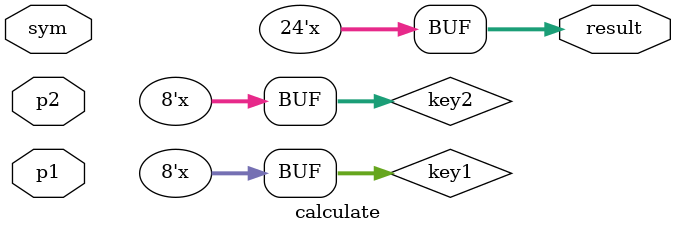
<source format=v>
module calculate(
input p1,
input p2,
input sym,
output [23:0] result
);
reg a;
reg [7:0] key1;
reg [7:0] key2;

always @(*)
begin
  case (p1)
    8'h30: key1 = 8'h00;    //0
    8'h31: key1 = 8'h01;    //1
    8'h32: key1 = 8'h02;    //2
    8'h33: key1 = 8'h03;    //3
    8'h34: key1 = 8'h04;    //4
    8'h35: key1 = 8'h05;    //5
    8'h36: key1 = 8'h06;    //6
    8'h37: key1 = 8'h07;    //7
    8'h38: key1 = 8'h08;    //8
    8'h39: key1 = 8'h09;    //9
  endcase
  
  case (p2)
    8'h30: key2 = 8'h00;    //0
    8'h31: key2 = 8'h01;    //1
    8'h32: key2 = 8'h02;    //2
    8'h33: key2 = 8'h03;    //3
    8'h34: key2 = 8'h04;    //4
    8'h35: key2 = 8'h05;    //5
    8'h36: key2 = 8'h06;    //6
    8'h37: key2 = 8'h07;    //7
    8'h38: key2 = 8'h08;    //8
    8'h39: key2 = 8'h09;    //9
  endcase
  
  case (sym)
    8'h2b: result = key1 + key2;
    8'h2d: result = key1 - key2;
    8'h2a: result = key1 * key2;
    8'h2f: result = key1 / key2;
  endcase
end
endmodule

</source>
